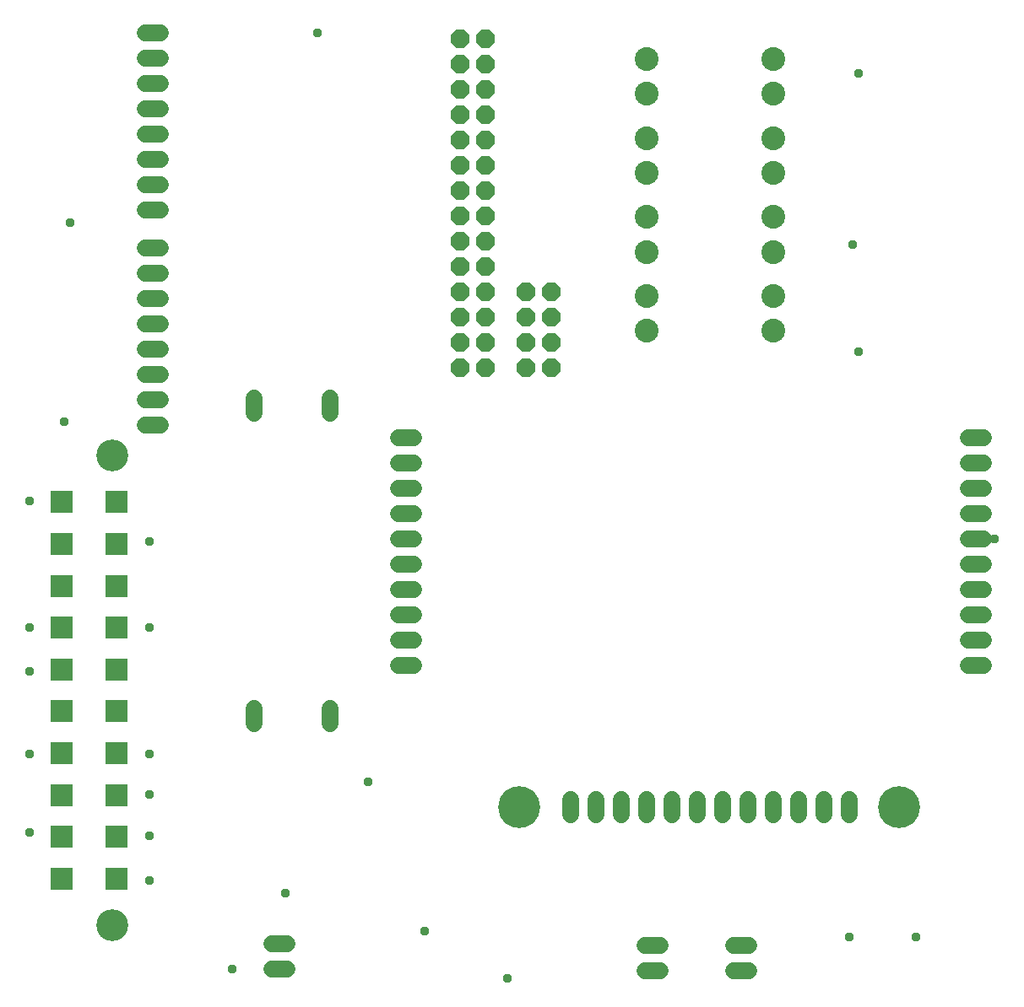
<source format=gbr>
G04 EAGLE Gerber X2 export*
G75*
%MOMM*%
%FSLAX34Y34*%
%LPD*%
%AMOC8*
5,1,8,0,0,1.08239X$1,22.5*%
G01*
%ADD10C,1.711200*%
%ADD11R,2.303200X2.303200*%
%ADD12C,3.203200*%
%ADD13P,2.034460X8X292.500000*%
%ADD14C,2.387600*%
%ADD15C,1.727200*%
%ADD16C,0.959600*%
%ADD17C,4.203200*%


D10*
X132160Y977900D02*
X147240Y977900D01*
X147240Y952500D02*
X132160Y952500D01*
X132160Y927100D02*
X147240Y927100D01*
X147240Y901700D02*
X132160Y901700D01*
X132160Y876300D02*
X147240Y876300D01*
X147240Y850900D02*
X132160Y850900D01*
X132160Y825500D02*
X147240Y825500D01*
X147240Y800100D02*
X132160Y800100D01*
X558800Y207565D02*
X558800Y192485D01*
X584200Y192485D02*
X584200Y207565D01*
X609600Y207565D02*
X609600Y192485D01*
X635000Y192485D02*
X635000Y207565D01*
X660400Y207565D02*
X660400Y192485D01*
X685800Y192485D02*
X685800Y207565D01*
X711200Y207565D02*
X711200Y192485D01*
X736600Y192485D02*
X736600Y207565D01*
X762000Y207565D02*
X762000Y192485D01*
X787400Y192485D02*
X787400Y207565D01*
X812800Y207565D02*
X812800Y192485D01*
X838200Y192485D02*
X838200Y207565D01*
X147240Y762000D02*
X132160Y762000D01*
X132160Y736600D02*
X147240Y736600D01*
X147240Y711200D02*
X132160Y711200D01*
X132160Y685800D02*
X147240Y685800D01*
X147240Y660400D02*
X132160Y660400D01*
X132160Y635000D02*
X147240Y635000D01*
X147240Y609600D02*
X132160Y609600D01*
X132160Y584200D02*
X147240Y584200D01*
X722710Y61913D02*
X737790Y61913D01*
X737790Y36513D02*
X722710Y36513D01*
X648890Y61913D02*
X633810Y61913D01*
X633810Y36513D02*
X648890Y36513D01*
X274240Y38100D02*
X259160Y38100D01*
X259160Y63500D02*
X274240Y63500D01*
D11*
X48700Y128500D03*
X48700Y170500D03*
X48700Y212500D03*
X48700Y254500D03*
X48700Y296500D03*
X48700Y338500D03*
X48700Y380500D03*
X48700Y422500D03*
X48700Y464500D03*
X48700Y506500D03*
X103700Y128500D03*
X103700Y170500D03*
X103700Y212500D03*
X103700Y254500D03*
X103700Y296500D03*
X103700Y338500D03*
X103700Y380500D03*
X103700Y422500D03*
X103700Y464500D03*
X103700Y506500D03*
D12*
X99100Y81500D03*
X99100Y553500D03*
D10*
X317500Y595710D02*
X317500Y610790D01*
X317500Y299640D02*
X317500Y284560D01*
X241300Y595710D02*
X241300Y610790D01*
X241300Y299640D02*
X241300Y284560D01*
D13*
X514350Y717550D03*
X539750Y717550D03*
X514350Y692150D03*
X539750Y692150D03*
X514350Y666750D03*
X539750Y666750D03*
X514350Y641350D03*
X539750Y641350D03*
X447675Y971550D03*
X473075Y971550D03*
X447675Y946150D03*
X473075Y946150D03*
X447675Y920750D03*
X473075Y920750D03*
X447675Y895350D03*
X473075Y895350D03*
X447675Y869950D03*
X473075Y869950D03*
X447675Y844550D03*
X473075Y844550D03*
X447675Y819150D03*
X473075Y819150D03*
X447675Y793750D03*
X473075Y793750D03*
X447675Y768350D03*
X473075Y768350D03*
X447675Y742950D03*
X473075Y742950D03*
X447675Y717550D03*
X473075Y717550D03*
X447675Y692150D03*
X473075Y692150D03*
X447675Y666750D03*
X473075Y666750D03*
X447675Y641350D03*
X473075Y641350D03*
D14*
X635000Y713325D03*
X635000Y678325D03*
X635000Y792700D03*
X635000Y757700D03*
X635000Y872075D03*
X635000Y837075D03*
X635000Y951450D03*
X635000Y916450D03*
X762000Y713325D03*
X762000Y678325D03*
X762000Y792700D03*
X762000Y757700D03*
X762000Y872075D03*
X762000Y837075D03*
X762000Y951450D03*
X762000Y916450D03*
D15*
X401320Y342900D02*
X386080Y342900D01*
X386080Y368300D02*
X401320Y368300D01*
X401320Y393700D02*
X386080Y393700D01*
X386080Y419100D02*
X401320Y419100D01*
X401320Y444500D02*
X386080Y444500D01*
X386080Y469900D02*
X401320Y469900D01*
X401320Y495300D02*
X386080Y495300D01*
X386080Y520700D02*
X401320Y520700D01*
X401320Y546100D02*
X386080Y546100D01*
X386080Y571500D02*
X401320Y571500D01*
X957608Y571500D02*
X972848Y571500D01*
X972848Y546100D02*
X957608Y546100D01*
X957608Y520700D02*
X972848Y520700D01*
X972848Y495300D02*
X957608Y495300D01*
X957608Y469900D02*
X972848Y469900D01*
X972848Y444500D02*
X957608Y444500D01*
X957608Y419100D02*
X972848Y419100D01*
X972848Y393700D02*
X957608Y393700D01*
X957608Y368300D02*
X972848Y368300D01*
X972848Y342900D02*
X957608Y342900D01*
D16*
X15875Y381000D03*
X136525Y381000D03*
X136525Y254000D03*
X136525Y212725D03*
X904875Y69850D03*
X847725Y936625D03*
X847725Y657225D03*
X273050Y114300D03*
X15875Y508000D03*
X304800Y977900D03*
X841375Y765175D03*
X15875Y254000D03*
X15875Y336550D03*
X136525Y466725D03*
X219075Y38100D03*
X838200Y69850D03*
X15875Y174625D03*
X136525Y127000D03*
X412750Y76200D03*
X355600Y225425D03*
X136525Y171450D03*
D17*
X507486Y200690D03*
X888486Y200690D03*
D16*
X984250Y469900D03*
X57150Y787400D03*
X50800Y587375D03*
X495300Y28575D03*
M02*

</source>
